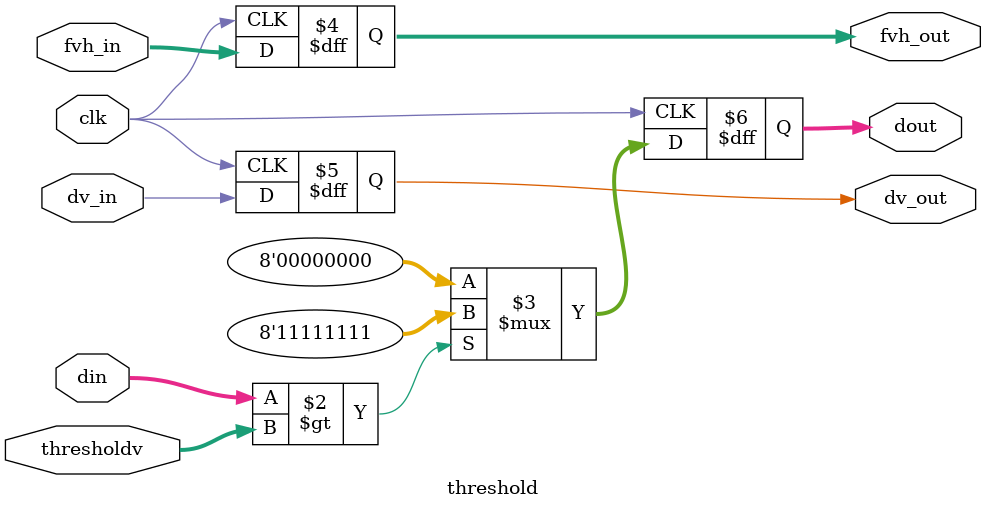
<source format=v>
`timescale 1ns / 1ps

// temporary thresholding module
// if data in < 127, set to 0, if > 127, set to 255
// pass field, vertical, horizontal, and data_valid values associated with the pixel
module threshold(clk, thresholdv, fvh_in, dv_in, fvh_out, dv_out, din, dout);
	input clk;
	input [7:0] thresholdv;
	input [2:0] fvh_in;
	input dv_in;
	output reg [2:0] fvh_out;
	output reg dv_out; 
	input [7:0] din; 
	output reg [7:0] dout; 
	always @(posedge clk) begin
		dout <= (din > thresholdv) ? 8'b1111_1111 : 8'b0000_0000;
		fvh_out <= fvh_in;
		dv_out <= dv_in;
	end
endmodule

</source>
